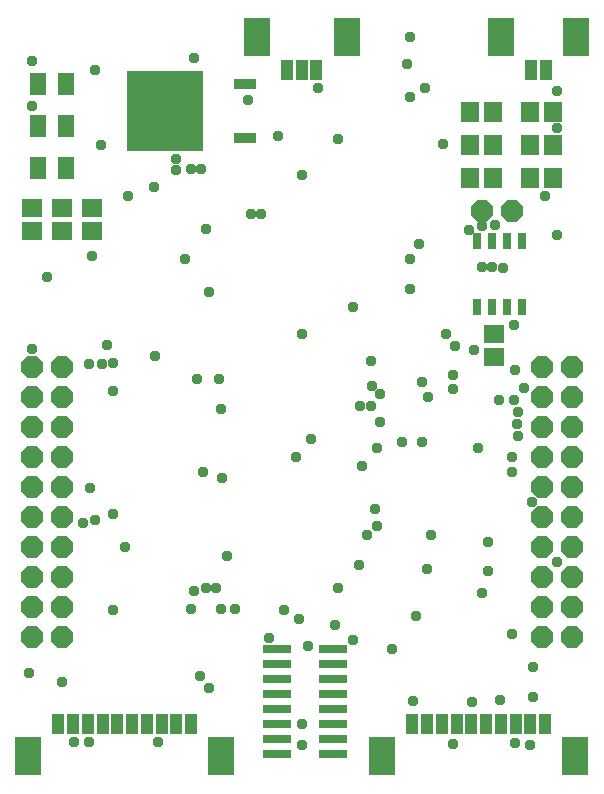
<source format=gbr>
G04 EAGLE Gerber RS-274X export*
G75*
%MOMM*%
%FSLAX34Y34*%
%LPD*%
%INSoldermask Bottom*%
%IPPOS*%
%AMOC8*
5,1,8,0,0,1.08239X$1,22.5*%
G01*
%ADD10R,1.703200X1.503200*%
%ADD11R,1.503200X1.703200*%
%ADD12R,1.003200X1.803200*%
%ADD13R,2.303200X3.203200*%
%ADD14P,1.951982X8X112.500000*%
%ADD15P,1.951982X8X22.500000*%
%ADD16R,0.803200X1.403200*%
%ADD17R,1.905000X0.914400*%
%ADD18R,6.426200X6.756400*%
%ADD19R,1.473200X1.903200*%
%ADD20R,2.387600X0.762000*%
%ADD21C,0.959600*%


D10*
X416560Y382880D03*
X416560Y363880D03*
D11*
X447700Y571500D03*
X466700Y571500D03*
X447700Y543560D03*
X466700Y543560D03*
D12*
X448410Y607060D03*
X460910Y607060D03*
D13*
X422810Y634560D03*
X486510Y634560D03*
D14*
X406400Y487680D03*
X431800Y487680D03*
D15*
X25400Y355600D03*
X25486Y330289D03*
X50800Y127000D03*
X50800Y152400D03*
X50800Y177800D03*
X50800Y203200D03*
X50800Y228600D03*
X50800Y254000D03*
X50800Y279400D03*
X50800Y304800D03*
X50800Y330200D03*
X50800Y355600D03*
X25509Y304711D03*
X457200Y355600D03*
X457200Y330200D03*
X457200Y304800D03*
X457200Y279400D03*
X457200Y254000D03*
X457200Y228600D03*
X457200Y203200D03*
X457200Y177800D03*
X457200Y152400D03*
X457200Y127000D03*
X25474Y279461D03*
X482600Y127000D03*
X482600Y152400D03*
X482600Y177800D03*
X482600Y203200D03*
X482600Y228600D03*
X482600Y254000D03*
X482600Y279400D03*
X482600Y304800D03*
X482600Y330200D03*
X482600Y355600D03*
X25400Y254000D03*
X25400Y228600D03*
X25400Y203200D03*
X25400Y177800D03*
X25400Y152400D03*
X25400Y127000D03*
D11*
X466700Y515620D03*
X447700Y515620D03*
X415900Y571500D03*
X396900Y571500D03*
X415900Y543560D03*
X396900Y543560D03*
X415900Y515620D03*
X396900Y515620D03*
D16*
X440690Y406340D03*
X427990Y406340D03*
X415290Y406340D03*
X402590Y406340D03*
X402590Y462340D03*
X415290Y462340D03*
X427990Y462340D03*
X440690Y462340D03*
D12*
X160390Y53340D03*
X147890Y53340D03*
X135390Y53340D03*
X122890Y53340D03*
X110390Y53340D03*
X97890Y53340D03*
X85390Y53340D03*
X72890Y53340D03*
X60390Y53340D03*
X47890Y53340D03*
D13*
X185990Y25840D03*
X22290Y25840D03*
D12*
X460110Y53340D03*
X447610Y53340D03*
X435110Y53340D03*
X422610Y53340D03*
X410110Y53340D03*
X397610Y53340D03*
X385110Y53340D03*
X372610Y53340D03*
X360110Y53340D03*
X347610Y53340D03*
D13*
X485710Y25840D03*
X322010Y25840D03*
D12*
X241500Y607060D03*
X254000Y607060D03*
X266500Y607060D03*
D13*
X215900Y634560D03*
X292100Y634560D03*
D17*
X205966Y594871D03*
D18*
X138402Y571871D03*
D17*
X205966Y548871D03*
D10*
X76200Y489560D03*
X76200Y470560D03*
X50800Y489560D03*
X50800Y470560D03*
X25400Y489560D03*
X25400Y470560D03*
D19*
X54420Y594740D03*
X30420Y594740D03*
X54420Y559180D03*
X30420Y559180D03*
X54420Y523620D03*
X30420Y523620D03*
D20*
X233421Y28031D03*
X233421Y40731D03*
X233421Y53431D03*
X233421Y66131D03*
X233421Y78831D03*
X233421Y91531D03*
X233421Y104231D03*
X233421Y116931D03*
X280665Y116931D03*
X280665Y104231D03*
X280665Y91531D03*
X280665Y78831D03*
X280665Y66131D03*
X280665Y53431D03*
X280665Y40731D03*
X280665Y28031D03*
D21*
X433540Y327000D03*
X355460Y342486D03*
X434304Y36843D03*
X93980Y149860D03*
X132080Y38100D03*
X104140Y203200D03*
X93980Y231140D03*
X93980Y335280D03*
X170180Y266700D03*
X25400Y370840D03*
X434340Y353060D03*
X441960Y337820D03*
X284480Y548640D03*
X233680Y551180D03*
X268161Y591124D03*
X208280Y581660D03*
X345440Y635000D03*
X469900Y589280D03*
X469900Y467360D03*
X106680Y500380D03*
X38100Y431800D03*
X350520Y144780D03*
X304800Y271780D03*
X302260Y187960D03*
X470088Y557421D03*
X459740Y500380D03*
X433476Y390870D03*
X382125Y36266D03*
X73660Y38100D03*
X436880Y297180D03*
X431800Y266700D03*
X418102Y475925D03*
X317500Y287020D03*
X469900Y190500D03*
X76200Y449580D03*
X449580Y76200D03*
X281940Y137160D03*
X226146Y125959D03*
X167640Y93980D03*
X50800Y88900D03*
X22860Y96520D03*
X254000Y383540D03*
X360357Y184490D03*
X83820Y543560D03*
X254000Y35560D03*
X78740Y607060D03*
X25400Y614680D03*
X25400Y576580D03*
X261620Y294640D03*
X355600Y292100D03*
X330200Y116840D03*
X449580Y101600D03*
X360680Y330200D03*
X400136Y369387D03*
X248920Y279400D03*
X162560Y617220D03*
X342900Y612140D03*
X431800Y129540D03*
X185420Y320040D03*
X448666Y241300D03*
X363220Y213360D03*
X345440Y421640D03*
X254000Y518160D03*
X160020Y150396D03*
X162560Y165580D03*
X60960Y38100D03*
X447040Y35560D03*
X375920Y383540D03*
X184376Y344960D03*
X421160Y327124D03*
X381988Y348554D03*
X406400Y164112D03*
X297180Y124460D03*
X88900Y374234D03*
X93980Y359050D03*
X129060Y508000D03*
X129540Y364582D03*
X78740Y226060D03*
X74648Y253012D03*
X313594Y338994D03*
X381988Y336418D03*
X175260Y83284D03*
X254000Y53340D03*
X259080Y119380D03*
X185420Y150396D03*
X172720Y168628D03*
X347980Y72742D03*
X238760Y149860D03*
X197721Y150396D03*
X181808Y168628D03*
X68580Y223520D03*
X373380Y544548D03*
X424576Y439420D03*
X431876Y279476D03*
X309268Y213360D03*
X411480Y207292D03*
X251460Y142240D03*
X84892Y358140D03*
X312867Y322558D03*
X436880Y317500D03*
X73622Y358102D03*
X303779Y322558D03*
X436344Y307340D03*
X353060Y459740D03*
X358140Y591820D03*
X345440Y447040D03*
X345440Y584200D03*
X297180Y406400D03*
X190500Y195580D03*
X154940Y447040D03*
X160020Y523240D03*
X175260Y419100D03*
X186906Y261620D03*
X172720Y472440D03*
X169108Y523240D03*
X316381Y235101D03*
X317500Y220980D03*
X411480Y182880D03*
X284480Y168628D03*
X406400Y439702D03*
X395404Y471658D03*
X402872Y287020D03*
X383540Y373380D03*
X415488Y439702D03*
X406400Y474373D03*
X219908Y485140D03*
X147320Y531436D03*
X338808Y292100D03*
X312420Y360680D03*
X210820Y485140D03*
X147320Y522348D03*
X320040Y308892D03*
X320020Y332568D03*
X398432Y72006D03*
X421640Y73660D03*
X165100Y344960D03*
M02*

</source>
